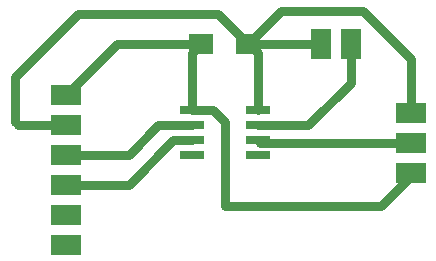
<source format=gbr>
%TF.GenerationSoftware,KiCad,Pcbnew,(6.0.0-0)*%
%TF.CreationDate,2022-04-06T16:15:46-04:00*%
%TF.ProjectId,ESCTester,45534354-6573-4746-9572-2e6b69636164,rev?*%
%TF.SameCoordinates,Original*%
%TF.FileFunction,Copper,L1,Top*%
%TF.FilePolarity,Positive*%
%FSLAX46Y46*%
G04 Gerber Fmt 4.6, Leading zero omitted, Abs format (unit mm)*
G04 Created by KiCad (PCBNEW (6.0.0-0)) date 2022-04-06 16:15:46*
%MOMM*%
%LPD*%
G01*
G04 APERTURE LIST*
%TA.AperFunction,SMDPad,CuDef*%
%ADD10R,2.000000X0.800000*%
%TD*%
%TA.AperFunction,SMDPad,CuDef*%
%ADD11R,1.700000X2.500000*%
%TD*%
%TA.AperFunction,SMDPad,CuDef*%
%ADD12R,2.500000X1.700000*%
%TD*%
%TA.AperFunction,SMDPad,CuDef*%
%ADD13R,2.000000X1.700000*%
%TD*%
%TA.AperFunction,Conductor*%
%ADD14C,0.750000*%
%TD*%
%TA.AperFunction,Conductor*%
%ADD15C,0.250000*%
%TD*%
G04 APERTURE END LIST*
D10*
%TO.P,U1,8,GND*%
%TO.N,Net-(C1-Pad2)*%
X195574000Y-30782000D03*
%TO.P,U1,7,PA3/SCK*%
%TO.N,Net-(J3-Pad2)*%
X195574000Y-32052000D03*
%TO.P,U1,6,~{RESET}/UPDI/PA0*%
%TO.N,Net-(J2-Pad2)*%
X195574000Y-33322000D03*
%TO.P,U1,5,PA2/SCL*%
%TO.N,unconnected-(U1-Pad5)*%
X195574000Y-34592000D03*
%TO.P,U1,4,PA1/SDA*%
%TO.N,unconnected-(U1-Pad4)*%
X189974000Y-34592000D03*
%TO.P,U1,3,RXD/PA7*%
%TO.N,Net-(U1-Pad3)*%
X189974000Y-33322000D03*
%TO.P,U1,2,TXD/PA6/DAC*%
%TO.N,Net-(U1-Pad2)*%
X189974000Y-32052000D03*
%TO.P,U1,1,VCC*%
%TO.N,Net-(C1-Pad1)*%
X189974000Y-30782000D03*
%TD*%
D11*
%TO.P,J3,1*%
%TO.N,Net-(C1-Pad2)*%
X200934000Y-25160000D03*
%TO.P,J3,2*%
%TO.N,Net-(J3-Pad2)*%
X203474000Y-25160000D03*
%TD*%
D12*
%TO.P,J2,1,Pin_1*%
%TO.N,Net-(C1-Pad2)*%
X208520000Y-30978000D03*
%TO.P,J2,2,Pin_2*%
%TO.N,Net-(J2-Pad2)*%
X208520000Y-33518000D03*
%TO.P,J2,3,Pin_3*%
%TO.N,Net-(C1-Pad1)*%
X208520000Y-36058000D03*
%TD*%
%TO.P,J1,1,Pin_1*%
%TO.N,Net-(C1-Pad1)*%
X179310000Y-29464000D03*
%TO.P,J1,2,Pin_2*%
%TO.N,Net-(C1-Pad2)*%
X179310000Y-32004000D03*
%TO.P,J1,3,Pin_3*%
%TO.N,Net-(U1-Pad2)*%
X179310000Y-34544000D03*
%TO.P,J1,4,Pin_4*%
%TO.N,Net-(U1-Pad3)*%
X179310000Y-37084000D03*
%TO.P,J1,5,Pin_5*%
%TO.N,unconnected-(J1-Pad5)*%
X179310000Y-39624000D03*
%TO.P,J1,6,Pin_6*%
%TO.N,unconnected-(J1-Pad6)*%
X179310000Y-42164000D03*
%TD*%
D13*
%TO.P,C1,2*%
%TO.N,Net-(C1-Pad2)*%
X194786000Y-25146000D03*
%TO.P,C1,1*%
%TO.N,Net-(C1-Pad1)*%
X190786000Y-25146000D03*
%TD*%
D14*
%TO.N,Net-(C1-Pad2)*%
X194786000Y-25146000D02*
X197580000Y-22352000D01*
X197580000Y-22352000D02*
X204470000Y-22352000D01*
X204470000Y-22352000D02*
X204724000Y-22606000D01*
D15*
X194818000Y-25114000D02*
X194818000Y-24638000D01*
D14*
X204724000Y-22606000D02*
X208520000Y-26402000D01*
D15*
X175260000Y-32004000D02*
X175006000Y-31750000D01*
D14*
X175006000Y-31750000D02*
X175006000Y-27940000D01*
X175006000Y-27940000D02*
X180340000Y-22606000D01*
%TO.N,Net-(C1-Pad1)*%
X192786000Y-38862000D02*
X205994000Y-38862000D01*
X191818000Y-30782000D02*
X192786000Y-31750000D01*
X189974000Y-30782000D02*
X191818000Y-30782000D01*
X192786000Y-31750000D02*
X192786000Y-38862000D01*
X205994000Y-38862000D02*
X208520000Y-36336000D01*
D15*
X208520000Y-36336000D02*
X208520000Y-36058000D01*
D14*
%TO.N,Net-(C1-Pad2)*%
X194786000Y-25146000D02*
X192246000Y-22606000D01*
X192246000Y-22606000D02*
X180340000Y-22606000D01*
X175260000Y-32004000D02*
X179310000Y-32004000D01*
D15*
X194786000Y-25146000D02*
X194786000Y-25114000D01*
X194786000Y-25146000D02*
X194818000Y-25146000D01*
D14*
%TO.N,Net-(U1-Pad2)*%
X187150000Y-32052000D02*
X184658000Y-34544000D01*
X189974000Y-32052000D02*
X187150000Y-32052000D01*
X184658000Y-34544000D02*
X179310000Y-34544000D01*
%TO.N,Net-(U1-Pad3)*%
X188420000Y-33322000D02*
X184658000Y-37084000D01*
X189974000Y-33322000D02*
X188420000Y-33322000D01*
X184658000Y-37084000D02*
X179310000Y-37084000D01*
%TO.N,Net-(C1-Pad1)*%
X190786000Y-25146000D02*
X183628000Y-25146000D01*
X183628000Y-25146000D02*
X179310000Y-29464000D01*
%TO.N,Net-(J2-Pad2)*%
X208520000Y-33518000D02*
X195770000Y-33518000D01*
D15*
X195770000Y-33518000D02*
X195574000Y-33322000D01*
D14*
%TO.N,Net-(C1-Pad2)*%
X208520000Y-30978000D02*
X208520000Y-26402000D01*
%TO.N,Net-(J3-Pad2)*%
X203454000Y-25580000D02*
X203454000Y-28448000D01*
X203454000Y-28448000D02*
X199850000Y-32052000D01*
D15*
X203474000Y-25560000D02*
X203454000Y-25580000D01*
X203474000Y-25160000D02*
X203474000Y-25560000D01*
D14*
X199850000Y-32052000D02*
X195574000Y-32052000D01*
%TO.N,Net-(C1-Pad2)*%
X194786000Y-25146000D02*
X200920000Y-25146000D01*
D15*
X200920000Y-25146000D02*
X200934000Y-25160000D01*
D14*
X195574000Y-30782000D02*
X195574000Y-25934000D01*
X195574000Y-25934000D02*
X194786000Y-25146000D01*
%TO.N,Net-(C1-Pad1)*%
X189974000Y-30782000D02*
X189974000Y-25958000D01*
X189974000Y-25958000D02*
X190786000Y-25146000D01*
%TD*%
M02*

</source>
